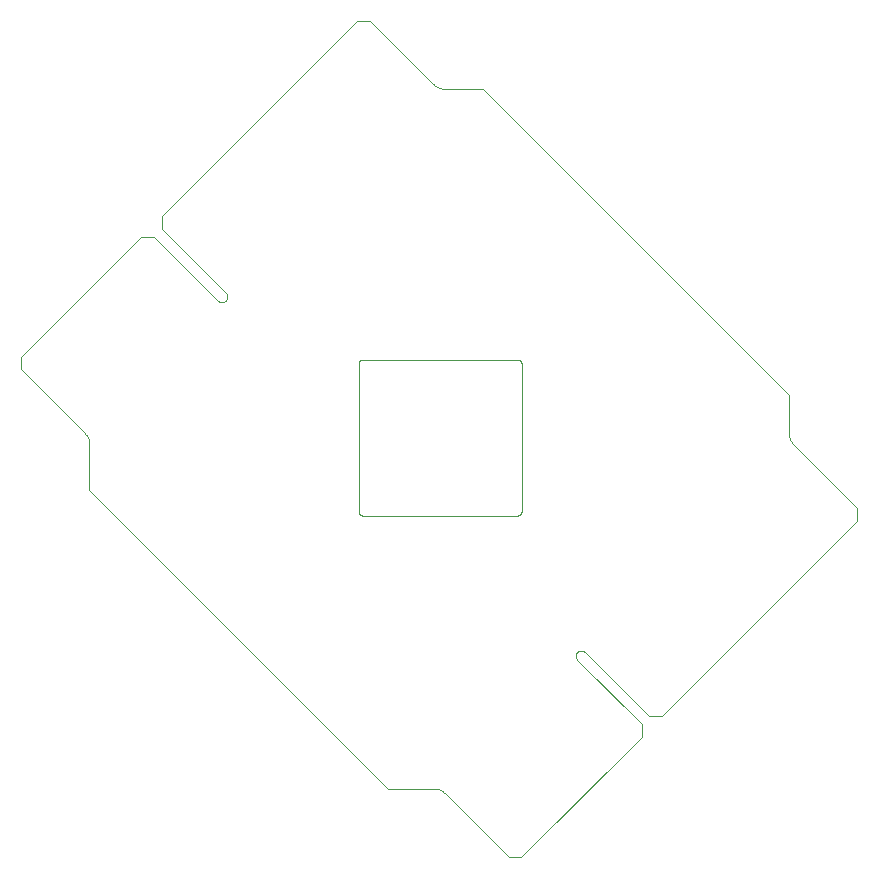
<source format=gbr>
G04 (created by PCBNEW-RS274X (2012-01-19 BZR 3256)-stable) date Wed Aug 28 15:53:45 2013*
G01*
G70*
G90*
%MOIN*%
G04 Gerber Fmt 3.4, Leading zero omitted, Abs format*
%FSLAX34Y34*%
G04 APERTURE LIST*
%ADD10C,0.006000*%
%ADD11C,0.000400*%
G04 APERTURE END LIST*
G54D10*
G54D11*
X58776Y-08807D02*
X57976Y-08807D01*
X55531Y-06543D02*
X57661Y-08673D01*
X57657Y-08667D02*
X57681Y-08692D01*
X57706Y-08716D01*
X57733Y-08736D01*
X57762Y-08755D01*
X57792Y-08771D01*
X57824Y-08784D01*
X57857Y-08794D01*
X57890Y-08802D01*
X57924Y-08806D01*
X57958Y-08808D01*
X57992Y-08806D01*
X43906Y-18165D02*
X46039Y-20298D01*
X46169Y-21413D02*
X46169Y-20610D01*
X46168Y-20626D02*
X46170Y-20592D01*
X46168Y-20558D01*
X46164Y-20524D01*
X46156Y-20491D01*
X46146Y-20458D01*
X46133Y-20426D01*
X46117Y-20396D01*
X46098Y-20367D01*
X46078Y-20340D01*
X46054Y-20315D01*
X46029Y-20291D01*
X56913Y-32157D02*
X57713Y-32157D01*
X60157Y-34421D02*
X58031Y-32295D01*
X58033Y-32298D02*
X58010Y-32272D01*
X57984Y-32249D01*
X57957Y-32228D01*
X57928Y-32210D01*
X57898Y-32194D01*
X57866Y-32180D01*
X57833Y-32170D01*
X57800Y-32163D01*
X57766Y-32158D01*
X57731Y-32157D01*
X57698Y-32158D01*
X71780Y-22795D02*
X69658Y-20673D01*
X69520Y-19551D02*
X69520Y-20339D01*
X69521Y-20339D02*
X69519Y-20373D01*
X69521Y-20407D01*
X69525Y-20441D01*
X69533Y-20474D01*
X69543Y-20507D01*
X69556Y-20539D01*
X69572Y-20569D01*
X69591Y-20598D01*
X69611Y-20625D01*
X69635Y-20650D01*
X69660Y-20674D01*
X56154Y-32157D02*
X46170Y-22173D01*
X56567Y-32157D02*
X56154Y-32157D01*
X46169Y-21756D02*
X46169Y-22173D01*
X69520Y-19020D02*
X59307Y-08807D01*
X69520Y-19551D02*
X69520Y-19020D01*
X58776Y-08807D02*
X59307Y-08807D01*
X46169Y-21413D02*
X46169Y-21756D01*
X56913Y-32157D02*
X56567Y-32157D01*
X62705Y-27594D02*
X64846Y-29735D01*
X62453Y-27850D02*
X64591Y-29988D01*
X62704Y-27595D02*
X62693Y-27584D01*
X62680Y-27575D01*
X62667Y-27566D01*
X62652Y-27559D01*
X62638Y-27553D01*
X62623Y-27549D01*
X62607Y-27546D01*
X62591Y-27544D01*
X62577Y-27544D01*
X62561Y-27544D01*
X62545Y-27547D01*
X62530Y-27550D01*
X62515Y-27555D01*
X62500Y-27562D01*
X62487Y-27569D01*
X62473Y-27578D01*
X62461Y-27588D01*
X62450Y-27599D01*
X62439Y-27610D01*
X62430Y-27623D01*
X62421Y-27636D01*
X62414Y-27651D01*
X62408Y-27665D01*
X62404Y-27680D01*
X62401Y-27696D01*
X62399Y-27712D01*
X62399Y-27726D01*
X62399Y-27742D01*
X62402Y-27758D01*
X62405Y-27773D01*
X62410Y-27788D01*
X62417Y-27803D01*
X62424Y-27816D01*
X62433Y-27830D01*
X62443Y-27842D01*
X62454Y-27853D01*
X48335Y-13740D02*
X50472Y-15877D01*
X48594Y-13480D02*
X50728Y-15614D01*
X50469Y-15877D02*
X50481Y-15888D01*
X50494Y-15898D01*
X50508Y-15906D01*
X50523Y-15913D01*
X50538Y-15919D01*
X50553Y-15924D01*
X50569Y-15927D01*
X50585Y-15929D01*
X50600Y-15929D01*
X50617Y-15929D01*
X50633Y-15926D01*
X50648Y-15922D01*
X50664Y-15917D01*
X50679Y-15911D01*
X50693Y-15903D01*
X50707Y-15894D01*
X50719Y-15884D01*
X50731Y-15873D01*
X50742Y-15861D01*
X50752Y-15848D01*
X50760Y-15834D01*
X50767Y-15819D01*
X50773Y-15804D01*
X50778Y-15789D01*
X50781Y-15773D01*
X50783Y-15757D01*
X50783Y-15742D01*
X50783Y-15725D01*
X50780Y-15709D01*
X50776Y-15694D01*
X50771Y-15678D01*
X50765Y-15663D01*
X50757Y-15649D01*
X50748Y-15635D01*
X50738Y-15623D01*
X50727Y-15611D01*
X60594Y-22902D02*
X60594Y-17980D01*
X55299Y-23039D02*
X60457Y-23039D01*
X55161Y-17980D02*
X55161Y-22902D01*
X60457Y-17843D02*
X55299Y-17843D01*
X60594Y-17980D02*
X60593Y-17969D01*
X60591Y-17957D01*
X60589Y-17945D01*
X60585Y-17934D01*
X60581Y-17923D01*
X60575Y-17912D01*
X60569Y-17902D01*
X60561Y-17892D01*
X60553Y-17884D01*
X60545Y-17876D01*
X60535Y-17868D01*
X60525Y-17862D01*
X60514Y-17856D01*
X60503Y-17852D01*
X60492Y-17848D01*
X60480Y-17846D01*
X60468Y-17844D01*
X60457Y-17843D01*
X60457Y-23039D02*
X60468Y-23038D01*
X60480Y-23036D01*
X60492Y-23034D01*
X60503Y-23030D01*
X60514Y-23026D01*
X60525Y-23020D01*
X60535Y-23014D01*
X60545Y-23006D01*
X60553Y-22998D01*
X60561Y-22990D01*
X60569Y-22980D01*
X60575Y-22970D01*
X60581Y-22959D01*
X60585Y-22948D01*
X60589Y-22937D01*
X60591Y-22925D01*
X60593Y-22913D01*
X60594Y-22902D01*
X55162Y-22902D02*
X55163Y-22913D01*
X55165Y-22925D01*
X55167Y-22937D01*
X55171Y-22948D01*
X55175Y-22959D01*
X55181Y-22970D01*
X55187Y-22980D01*
X55195Y-22990D01*
X55203Y-22998D01*
X55211Y-23006D01*
X55221Y-23014D01*
X55231Y-23020D01*
X55242Y-23026D01*
X55253Y-23030D01*
X55264Y-23034D01*
X55276Y-23036D01*
X55288Y-23038D01*
X55299Y-23039D01*
X55299Y-17842D02*
X55287Y-17843D01*
X55276Y-17845D01*
X55264Y-17847D01*
X55252Y-17851D01*
X55241Y-17855D01*
X55231Y-17861D01*
X55220Y-17867D01*
X55211Y-17875D01*
X55202Y-17883D01*
X55194Y-17892D01*
X55186Y-17901D01*
X55180Y-17912D01*
X55174Y-17922D01*
X55170Y-17933D01*
X55166Y-17945D01*
X55164Y-17957D01*
X55162Y-17968D01*
X55161Y-17980D01*
X43905Y-17743D02*
X43905Y-18165D01*
X47909Y-13740D02*
X43905Y-17744D01*
X48335Y-13740D02*
X47909Y-13740D01*
X48594Y-13055D02*
X48594Y-13481D01*
X55105Y-06545D02*
X48594Y-13056D01*
X55531Y-06543D02*
X55105Y-06543D01*
X71780Y-23224D02*
X71780Y-22795D01*
X65268Y-29737D02*
X71780Y-23225D01*
X64842Y-29736D02*
X65268Y-29736D01*
X60583Y-34421D02*
X60158Y-34421D01*
X64591Y-30414D02*
X60583Y-34422D01*
X64591Y-29990D02*
X64591Y-30416D01*
M02*

</source>
